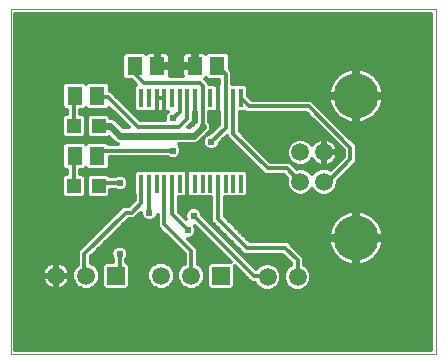
<source format=gtl>
G75*
G70*
%OFA0B0*%
%FSLAX24Y24*%
%IPPOS*%
%LPD*%
%AMOC8*
5,1,8,0,0,1.08239X$1,22.5*
%
%ADD10C,0.0000*%
%ADD11R,0.0157X0.0591*%
%ADD12C,0.1502*%
%ADD13C,0.0594*%
%ADD14R,0.0512X0.0591*%
%ADD15R,0.0594X0.0594*%
%ADD16R,0.0472X0.0472*%
%ADD17C,0.0120*%
%ADD18C,0.0240*%
%ADD19C,0.0240*%
D10*
X001046Y003014D02*
X001046Y014530D01*
X015219Y014530D01*
X015219Y003014D01*
X001046Y003014D01*
D11*
X005398Y008701D03*
X005654Y008701D03*
X005910Y008701D03*
X006166Y008701D03*
X006422Y008701D03*
X006678Y008701D03*
X006934Y008701D03*
X007190Y008701D03*
X007445Y008701D03*
X007701Y008701D03*
X007957Y008701D03*
X008213Y008701D03*
X008469Y008701D03*
X008725Y008701D03*
X008725Y011556D03*
X008469Y011556D03*
X008213Y011556D03*
X007957Y011556D03*
X007701Y011556D03*
X007445Y011556D03*
X007190Y011556D03*
X006934Y011556D03*
X006678Y011556D03*
X006422Y011556D03*
X006166Y011556D03*
X005910Y011556D03*
X005654Y011556D03*
X005398Y011556D03*
D12*
X012562Y011629D03*
X012562Y006888D03*
D13*
X011495Y008766D03*
X010707Y008766D03*
X010707Y009751D03*
X011495Y009751D03*
X010609Y005593D03*
X009609Y005593D03*
X007062Y005629D03*
X006062Y005629D03*
X003562Y005629D03*
X002562Y005629D03*
D14*
X003188Y009629D03*
X003936Y009629D03*
X003936Y011629D03*
X003188Y011629D03*
X005188Y012629D03*
X005936Y012629D03*
X007188Y012629D03*
X007936Y012629D03*
D15*
X008062Y005629D03*
X004562Y005629D03*
D16*
X003975Y008629D03*
X003148Y008629D03*
X003148Y010629D03*
X003975Y010629D03*
D17*
X003579Y010661D02*
X003544Y010661D01*
X003544Y010779D02*
X003579Y010779D01*
X003579Y010898D02*
X003544Y010898D01*
X003544Y010931D02*
X003451Y011025D01*
X003368Y011025D01*
X003368Y011173D01*
X003510Y011173D01*
X003562Y011225D01*
X003613Y011173D01*
X004258Y011173D01*
X004322Y011238D01*
X004982Y010578D01*
X004804Y010578D01*
X004515Y010866D01*
X004413Y010909D01*
X004371Y010909D01*
X004371Y010931D01*
X004277Y011025D01*
X003672Y011025D01*
X003579Y010931D01*
X003579Y010326D01*
X003672Y010232D01*
X004277Y010232D01*
X004317Y010272D01*
X004450Y010139D01*
X004529Y010060D01*
X004613Y010026D01*
X004316Y010026D01*
X004258Y010084D01*
X003613Y010084D01*
X003562Y010032D01*
X003510Y010084D01*
X002865Y010084D01*
X002772Y009990D01*
X002772Y009267D01*
X002865Y009173D01*
X002928Y009173D01*
X002928Y009025D01*
X002846Y009025D01*
X002752Y008931D01*
X002752Y008326D01*
X002846Y008232D01*
X003451Y008232D01*
X003544Y008326D01*
X003544Y008931D01*
X003451Y009025D01*
X003368Y009025D01*
X003368Y009173D01*
X003510Y009173D01*
X003562Y009225D01*
X003613Y009173D01*
X004258Y009173D01*
X004351Y009267D01*
X004351Y009586D01*
X006283Y009586D01*
X006301Y009568D01*
X006404Y009526D01*
X006515Y009526D01*
X006618Y009568D01*
X006697Y009647D01*
X006739Y009750D01*
X006739Y009861D01*
X006697Y009964D01*
X006643Y010018D01*
X007204Y010018D01*
X007307Y010060D01*
X007498Y010252D01*
X007459Y010157D01*
X007459Y010045D01*
X007501Y009942D01*
X007580Y009864D01*
X007683Y009821D01*
X007794Y009821D01*
X007897Y009864D01*
X007976Y009942D01*
X008019Y010045D01*
X008019Y010070D01*
X008249Y010300D01*
X008249Y010264D01*
X008378Y010135D01*
X009389Y009124D01*
X009518Y008995D01*
X010167Y008995D01*
X010266Y008896D01*
X010250Y008857D01*
X010250Y008675D01*
X010320Y008508D01*
X010448Y008379D01*
X010616Y008309D01*
X010798Y008309D01*
X010966Y008379D01*
X011095Y008508D01*
X011101Y008523D01*
X011107Y008508D01*
X011236Y008379D01*
X011404Y008309D01*
X011586Y008309D01*
X011753Y008379D01*
X011882Y008508D01*
X011951Y008675D01*
X011951Y008786D01*
X012456Y009290D01*
X012585Y009419D01*
X012585Y009995D01*
X011207Y011373D01*
X011078Y011502D01*
X009090Y011502D01*
X008964Y011628D01*
X008964Y011917D01*
X008870Y012011D01*
X008433Y012011D01*
X008433Y012442D01*
X008351Y012524D01*
X008351Y012990D01*
X008258Y013084D01*
X007613Y013084D01*
X007562Y013032D01*
X007542Y013052D01*
X007505Y013073D01*
X007465Y013084D01*
X007248Y013084D01*
X007248Y012689D01*
X007128Y012689D01*
X007128Y013084D01*
X006911Y013084D01*
X006870Y013073D01*
X006833Y013052D01*
X006804Y013022D01*
X006783Y012986D01*
X006772Y012945D01*
X006772Y012689D01*
X007128Y012689D01*
X007128Y012569D01*
X006772Y012569D01*
X006772Y012312D01*
X006778Y012289D01*
X006345Y012289D01*
X006351Y012312D01*
X006351Y012569D01*
X005996Y012569D01*
X005996Y012689D01*
X005876Y012689D01*
X005876Y013084D01*
X005659Y013084D01*
X005618Y013073D01*
X005581Y013052D01*
X005562Y013032D01*
X005510Y013084D01*
X004865Y013084D01*
X004772Y012990D01*
X004772Y012267D01*
X004865Y012173D01*
X005060Y012173D01*
X005089Y012145D01*
X005238Y011996D01*
X005159Y011917D01*
X005159Y011194D01*
X005253Y011100D01*
X005799Y011100D01*
X005801Y011103D01*
X005810Y011100D01*
X005910Y011100D01*
X005910Y011556D01*
X006149Y011556D01*
X006166Y011556D01*
X006166Y011556D01*
X005910Y011556D01*
X005910Y011556D01*
X005910Y011100D01*
X006010Y011100D01*
X006038Y011108D01*
X006066Y011100D01*
X006166Y011100D01*
X006266Y011100D01*
X006274Y011103D01*
X006276Y011101D01*
X006222Y011047D01*
X006179Y010944D01*
X006179Y010833D01*
X006187Y010813D01*
X005369Y010813D01*
X004514Y011668D01*
X004385Y011797D01*
X004351Y011797D01*
X004351Y011990D01*
X004258Y012084D01*
X003613Y012084D01*
X003562Y012032D01*
X003510Y012084D01*
X002865Y012084D01*
X002772Y011990D01*
X002772Y011267D01*
X002865Y011173D01*
X002928Y011173D01*
X002928Y011025D01*
X002846Y011025D01*
X002752Y010931D01*
X002752Y010326D01*
X002846Y010232D01*
X003451Y010232D01*
X003544Y010326D01*
X003544Y010931D01*
X003459Y011016D02*
X003664Y011016D01*
X003368Y011135D02*
X004426Y011135D01*
X004544Y011016D02*
X004286Y011016D01*
X004439Y010898D02*
X004663Y010898D01*
X004602Y010779D02*
X004781Y010779D01*
X004721Y010661D02*
X004900Y010661D01*
X005278Y010593D02*
X004294Y011577D01*
X003987Y011577D01*
X003936Y011629D01*
X004351Y011846D02*
X005159Y011846D01*
X005159Y011727D02*
X004455Y011727D01*
X004574Y011609D02*
X005159Y011609D01*
X005159Y011490D02*
X004692Y011490D01*
X004811Y011372D02*
X005159Y011372D01*
X005159Y011253D02*
X004929Y011253D01*
X005048Y011135D02*
X005219Y011135D01*
X005166Y011016D02*
X006209Y011016D01*
X006166Y011100D02*
X006166Y011556D01*
X006166Y011556D01*
X006166Y011100D01*
X006166Y011135D02*
X006166Y011135D01*
X006166Y011253D02*
X006166Y011253D01*
X006166Y011372D02*
X006166Y011372D01*
X006166Y011490D02*
X006166Y011490D01*
X005910Y011490D02*
X005910Y011490D01*
X005910Y011556D02*
X005910Y011556D01*
X005910Y011372D02*
X005910Y011372D01*
X005910Y011253D02*
X005910Y011253D01*
X005910Y011135D02*
X005910Y011135D01*
X006179Y010898D02*
X005285Y010898D01*
X005278Y010593D02*
X006656Y010593D01*
X006934Y010871D01*
X006934Y011556D01*
X006678Y011556D02*
X006678Y011107D01*
X006459Y010888D01*
X006952Y010578D02*
X007154Y010780D01*
X007154Y010962D01*
X007154Y011100D01*
X007190Y011100D01*
X007223Y011100D01*
X007223Y010769D01*
X007206Y010752D01*
X007206Y010752D01*
X007032Y010578D01*
X006952Y010578D01*
X007035Y010661D02*
X007115Y010661D01*
X007153Y010779D02*
X007223Y010779D01*
X007223Y010898D02*
X007154Y010898D01*
X007154Y011016D02*
X007223Y011016D01*
X007190Y011100D02*
X007190Y011556D01*
X007190Y011556D01*
X007190Y011100D01*
X007190Y011135D02*
X007190Y011135D01*
X007190Y011253D02*
X007190Y011253D01*
X007190Y011372D02*
X007190Y011372D01*
X007190Y011490D02*
X007190Y011490D01*
X007443Y011554D02*
X007445Y011556D01*
X007445Y011969D01*
X007345Y012069D01*
X005475Y012069D01*
X005180Y012365D01*
X005180Y012621D01*
X005188Y012629D01*
X004812Y013031D02*
X001206Y013031D01*
X001206Y013149D02*
X015059Y013149D01*
X015059Y013031D02*
X008311Y013031D01*
X008351Y012912D02*
X015059Y012912D01*
X015059Y012794D02*
X008351Y012794D01*
X008351Y012675D02*
X015059Y012675D01*
X015059Y012557D02*
X008351Y012557D01*
X008433Y012438D02*
X012141Y012438D01*
X012158Y012447D02*
X012054Y012388D01*
X011960Y012315D01*
X011875Y012231D01*
X011802Y012136D01*
X011743Y012032D01*
X011697Y011922D01*
X011666Y011807D01*
X011650Y011689D01*
X012502Y011689D01*
X012502Y012540D01*
X012383Y012524D01*
X012268Y012493D01*
X012158Y012447D01*
X011965Y012320D02*
X008433Y012320D01*
X008433Y012201D02*
X011852Y012201D01*
X011772Y012083D02*
X008433Y012083D01*
X008213Y012351D02*
X007936Y012629D01*
X008213Y012351D02*
X008213Y011556D01*
X008213Y010575D01*
X007739Y010101D01*
X007471Y010187D02*
X007433Y010187D01*
X007459Y010068D02*
X007314Y010068D01*
X007498Y009950D02*
X006703Y009950D01*
X006739Y009831D02*
X007659Y009831D01*
X007819Y009831D02*
X008682Y009831D01*
X008800Y009713D02*
X006724Y009713D01*
X006644Y009594D02*
X008919Y009594D01*
X009037Y009476D02*
X004351Y009476D01*
X004351Y009357D02*
X009156Y009357D01*
X009274Y009239D02*
X004323Y009239D01*
X004277Y009025D02*
X003672Y009025D01*
X003579Y008931D01*
X003579Y008326D01*
X003672Y008232D01*
X004277Y008232D01*
X004371Y008326D01*
X004371Y008503D01*
X004512Y008503D01*
X004529Y008486D01*
X004632Y008443D01*
X004743Y008443D01*
X004846Y008486D01*
X004925Y008564D01*
X004968Y008667D01*
X004968Y008779D01*
X004925Y008882D01*
X004846Y008960D01*
X004743Y009003D01*
X004632Y009003D01*
X004529Y008960D01*
X004512Y008943D01*
X004359Y008943D01*
X004277Y009025D01*
X004301Y009002D02*
X004628Y009002D01*
X004747Y009002D02*
X005159Y009002D01*
X005159Y009063D02*
X005159Y008340D01*
X005178Y008321D01*
X005178Y008147D01*
X004990Y007959D01*
X004793Y007959D01*
X003415Y006581D01*
X003286Y006452D01*
X003286Y005999D01*
X003174Y005887D01*
X003105Y005719D01*
X003105Y005538D01*
X003174Y005370D01*
X003303Y005241D01*
X003471Y005172D01*
X003652Y005172D01*
X003820Y005241D01*
X003949Y005370D01*
X004018Y005538D01*
X004018Y005719D01*
X003949Y005887D01*
X003820Y006016D01*
X003726Y006055D01*
X003726Y006270D01*
X004976Y007519D01*
X005172Y007519D01*
X005301Y007648D01*
X005392Y007738D01*
X005392Y007683D01*
X005434Y007580D01*
X005513Y007501D01*
X005616Y007459D01*
X005728Y007459D01*
X005830Y007501D01*
X005909Y007580D01*
X005946Y007669D01*
X005946Y007438D01*
X005944Y007436D01*
X005944Y007254D01*
X006073Y007125D01*
X006842Y006356D01*
X006842Y006032D01*
X006803Y006016D01*
X006674Y005887D01*
X006605Y005719D01*
X006605Y005538D01*
X006674Y005370D01*
X006803Y005241D01*
X006971Y005172D01*
X007152Y005172D01*
X007320Y005241D01*
X007449Y005370D01*
X007518Y005538D01*
X007518Y005719D01*
X007449Y005887D01*
X007320Y006016D01*
X007282Y006032D01*
X007282Y006539D01*
X006952Y006868D01*
X007007Y006868D01*
X007110Y006911D01*
X007189Y006990D01*
X007231Y007092D01*
X007231Y007204D01*
X007202Y007276D01*
X008392Y006085D01*
X007698Y006085D01*
X007605Y005992D01*
X007605Y005265D01*
X007698Y005172D01*
X008425Y005172D01*
X008518Y005265D01*
X008518Y005959D01*
X008940Y005537D01*
X009069Y005409D01*
X009191Y005409D01*
X009222Y005334D01*
X009350Y005206D01*
X009518Y005136D01*
X009700Y005136D01*
X009868Y005206D01*
X009996Y005334D01*
X010066Y005502D01*
X010066Y005684D01*
X009996Y005852D01*
X009868Y005980D01*
X009700Y006050D01*
X009518Y006050D01*
X009350Y005980D01*
X009235Y005865D01*
X007428Y007671D01*
X007428Y007696D01*
X007386Y007799D01*
X007307Y007878D01*
X007204Y007920D01*
X007092Y007920D01*
X006990Y007878D01*
X006911Y007799D01*
X006868Y007696D01*
X006868Y007585D01*
X006898Y007513D01*
X006642Y007769D01*
X006642Y008246D01*
X006823Y008246D01*
X006825Y008248D01*
X006834Y008246D01*
X006934Y008246D01*
X007033Y008246D01*
X007042Y008248D01*
X007045Y008246D01*
X007737Y008246D01*
X007737Y007429D01*
X007866Y007300D01*
X008829Y006338D01*
X010108Y006338D01*
X010389Y006057D01*
X010389Y005996D01*
X010350Y005980D01*
X010222Y005852D01*
X010152Y005684D01*
X010152Y005502D01*
X010222Y005334D01*
X010350Y005206D01*
X010518Y005136D01*
X010700Y005136D01*
X010868Y005206D01*
X010996Y005334D01*
X011066Y005502D01*
X011066Y005684D01*
X010996Y005852D01*
X010868Y005980D01*
X010829Y005996D01*
X010829Y006239D01*
X010700Y006368D01*
X010419Y006649D01*
X010290Y006778D01*
X009011Y006778D01*
X008177Y007611D01*
X008177Y008246D01*
X008870Y008246D01*
X008964Y008340D01*
X008964Y009063D01*
X008870Y009157D01*
X007045Y009157D01*
X007042Y009154D01*
X007033Y009157D01*
X006934Y009157D01*
X006934Y008701D01*
X006934Y008246D01*
X006934Y008701D01*
X006934Y008701D01*
X006934Y008701D01*
X006934Y009157D01*
X006834Y009157D01*
X006825Y009154D01*
X006823Y009157D01*
X005253Y009157D01*
X005159Y009063D01*
X005217Y009120D02*
X003368Y009120D01*
X003474Y009002D02*
X003649Y009002D01*
X003579Y008883D02*
X003544Y008883D01*
X003544Y008765D02*
X003579Y008765D01*
X003579Y008646D02*
X003544Y008646D01*
X003544Y008528D02*
X003579Y008528D01*
X003579Y008409D02*
X003544Y008409D01*
X003509Y008291D02*
X003614Y008291D01*
X003975Y008629D02*
X004069Y008723D01*
X004688Y008723D01*
X004959Y008646D02*
X005159Y008646D01*
X005159Y008528D02*
X004888Y008528D01*
X005159Y008409D02*
X004371Y008409D01*
X004336Y008291D02*
X005178Y008291D01*
X005178Y008172D02*
X001206Y008172D01*
X001206Y008054D02*
X005085Y008054D01*
X005398Y008056D02*
X005081Y007739D01*
X004884Y007739D01*
X003506Y006361D01*
X003506Y005684D01*
X003562Y005629D01*
X003984Y005802D02*
X004105Y005802D01*
X004105Y005684D02*
X004018Y005684D01*
X004018Y005565D02*
X004105Y005565D01*
X004105Y005447D02*
X003981Y005447D01*
X003907Y005328D02*
X004105Y005328D01*
X004105Y005265D02*
X004198Y005172D01*
X004925Y005172D01*
X005018Y005265D01*
X005018Y005992D01*
X004925Y006085D01*
X004908Y006085D01*
X004908Y006185D01*
X004925Y006202D01*
X004968Y006305D01*
X004968Y006416D01*
X004925Y006519D01*
X004846Y006598D01*
X004743Y006641D01*
X004632Y006641D01*
X004529Y006598D01*
X004450Y006519D01*
X004408Y006416D01*
X004408Y006305D01*
X004450Y006202D01*
X004468Y006185D01*
X004468Y006085D01*
X004198Y006085D01*
X004105Y005992D01*
X004105Y005265D01*
X004161Y005210D02*
X003744Y005210D01*
X003379Y005210D02*
X002746Y005210D01*
X002737Y005205D02*
X002801Y005238D01*
X002859Y005280D01*
X002910Y005331D01*
X002952Y005389D01*
X002985Y005453D01*
X003007Y005522D01*
X003018Y005590D01*
X002600Y005590D01*
X002600Y005172D01*
X002669Y005183D01*
X002737Y005205D01*
X002600Y005210D02*
X002523Y005210D01*
X002523Y005172D02*
X002523Y005590D01*
X002105Y005590D01*
X002116Y005522D01*
X002138Y005453D01*
X002171Y005389D01*
X002213Y005331D01*
X002264Y005280D01*
X002322Y005238D01*
X002386Y005205D01*
X002455Y005183D01*
X002523Y005172D01*
X002378Y005210D02*
X001206Y005210D01*
X001206Y005328D02*
X002216Y005328D01*
X002142Y005447D02*
X001206Y005447D01*
X001206Y005565D02*
X002109Y005565D01*
X002105Y005667D02*
X002523Y005667D01*
X002523Y005590D01*
X002600Y005590D01*
X002600Y005667D01*
X002523Y005667D01*
X002523Y006085D01*
X002455Y006074D01*
X002386Y006052D01*
X002322Y006019D01*
X002264Y005977D01*
X002213Y005926D01*
X002171Y005868D01*
X002138Y005804D01*
X002116Y005735D01*
X002105Y005667D01*
X002108Y005684D02*
X001206Y005684D01*
X001206Y005802D02*
X002138Y005802D01*
X002209Y005921D02*
X001206Y005921D01*
X001206Y006039D02*
X002361Y006039D01*
X002523Y006039D02*
X002600Y006039D01*
X002600Y006085D02*
X002669Y006074D01*
X002737Y006052D01*
X002801Y006019D01*
X002859Y005977D01*
X002910Y005926D01*
X002952Y005868D01*
X002985Y005804D01*
X003007Y005735D01*
X003018Y005667D01*
X002600Y005667D01*
X002600Y006085D01*
X002600Y005921D02*
X002523Y005921D01*
X002523Y005802D02*
X002600Y005802D01*
X002600Y005684D02*
X002523Y005684D01*
X002523Y005565D02*
X002600Y005565D01*
X002600Y005447D02*
X002523Y005447D01*
X002523Y005328D02*
X002600Y005328D01*
X002907Y005328D02*
X003216Y005328D01*
X003142Y005447D02*
X002982Y005447D01*
X003014Y005565D02*
X003105Y005565D01*
X003105Y005684D02*
X003015Y005684D01*
X002986Y005802D02*
X003139Y005802D01*
X003208Y005921D02*
X002914Y005921D01*
X002762Y006039D02*
X003286Y006039D01*
X003286Y006158D02*
X001206Y006158D01*
X001206Y006276D02*
X003286Y006276D01*
X003286Y006395D02*
X001206Y006395D01*
X001206Y006513D02*
X003348Y006513D01*
X003466Y006632D02*
X001206Y006632D01*
X001206Y006750D02*
X003585Y006750D01*
X003703Y006869D02*
X001206Y006869D01*
X001206Y006987D02*
X003822Y006987D01*
X003940Y007106D02*
X001206Y007106D01*
X001206Y007224D02*
X004059Y007224D01*
X004177Y007343D02*
X001206Y007343D01*
X001206Y007461D02*
X004296Y007461D01*
X004414Y007580D02*
X001206Y007580D01*
X001206Y007698D02*
X004533Y007698D01*
X004651Y007817D02*
X001206Y007817D01*
X001206Y007935D02*
X004770Y007935D01*
X004918Y007461D02*
X005611Y007461D01*
X005733Y007461D02*
X005946Y007461D01*
X005944Y007343D02*
X004799Y007343D01*
X004681Y007224D02*
X005974Y007224D01*
X006092Y007106D02*
X004562Y007106D01*
X004444Y006987D02*
X006211Y006987D01*
X006329Y006869D02*
X004325Y006869D01*
X004207Y006750D02*
X006448Y006750D01*
X006566Y006632D02*
X004766Y006632D01*
X004609Y006632D02*
X004088Y006632D01*
X003970Y006513D02*
X004448Y006513D01*
X004408Y006395D02*
X003851Y006395D01*
X003733Y006276D02*
X004420Y006276D01*
X004468Y006158D02*
X003726Y006158D01*
X003764Y006039D02*
X004152Y006039D01*
X004105Y005921D02*
X003916Y005921D01*
X004562Y005629D02*
X004688Y005754D01*
X004688Y006361D01*
X004956Y006276D02*
X006842Y006276D01*
X006842Y006158D02*
X004908Y006158D01*
X004971Y006039D02*
X005859Y006039D01*
X005803Y006016D02*
X005674Y005887D01*
X005605Y005719D01*
X005605Y005538D01*
X005674Y005370D01*
X005803Y005241D01*
X005971Y005172D01*
X006152Y005172D01*
X006320Y005241D01*
X006449Y005370D01*
X006518Y005538D01*
X006518Y005719D01*
X006449Y005887D01*
X006320Y006016D01*
X006152Y006085D01*
X005971Y006085D01*
X005803Y006016D01*
X005707Y005921D02*
X005018Y005921D01*
X005018Y005802D02*
X005639Y005802D01*
X005605Y005684D02*
X005018Y005684D01*
X005018Y005565D02*
X005605Y005565D01*
X005642Y005447D02*
X005018Y005447D01*
X005018Y005328D02*
X005716Y005328D01*
X005879Y005210D02*
X004963Y005210D01*
X004968Y006395D02*
X006803Y006395D01*
X006685Y006513D02*
X004928Y006513D01*
X005233Y007580D02*
X005435Y007580D01*
X005392Y007698D02*
X005352Y007698D01*
X005654Y007756D02*
X005672Y007739D01*
X005654Y007756D02*
X005654Y008701D01*
X005398Y008701D02*
X005398Y008056D01*
X005909Y007580D02*
X005946Y007580D01*
X006166Y007347D02*
X006164Y007345D01*
X007062Y006447D01*
X007062Y005629D01*
X007484Y005802D02*
X007605Y005802D01*
X007605Y005684D02*
X007518Y005684D01*
X007518Y005565D02*
X007605Y005565D01*
X007605Y005447D02*
X007481Y005447D01*
X007407Y005328D02*
X007605Y005328D01*
X007661Y005210D02*
X007244Y005210D01*
X006879Y005210D02*
X006244Y005210D01*
X006407Y005328D02*
X006716Y005328D01*
X006642Y005447D02*
X006481Y005447D01*
X006518Y005565D02*
X006605Y005565D01*
X006605Y005684D02*
X006518Y005684D01*
X006484Y005802D02*
X006639Y005802D01*
X006707Y005921D02*
X006416Y005921D01*
X006264Y006039D02*
X006842Y006039D01*
X007282Y006039D02*
X007652Y006039D01*
X007605Y005921D02*
X007416Y005921D01*
X007282Y006158D02*
X008320Y006158D01*
X008201Y006276D02*
X007282Y006276D01*
X007282Y006395D02*
X008083Y006395D01*
X007964Y006513D02*
X007282Y006513D01*
X007189Y006632D02*
X007846Y006632D01*
X007727Y006750D02*
X007070Y006750D01*
X007008Y006869D02*
X007609Y006869D01*
X007490Y006987D02*
X007186Y006987D01*
X007231Y007106D02*
X007372Y007106D01*
X007253Y007224D02*
X007223Y007224D01*
X006951Y007148D02*
X006422Y007678D01*
X006422Y008701D01*
X006166Y008701D02*
X006166Y007347D01*
X006713Y007698D02*
X006869Y007698D01*
X006870Y007580D02*
X006831Y007580D01*
X006928Y007817D02*
X006642Y007817D01*
X006642Y007935D02*
X007737Y007935D01*
X007737Y007817D02*
X007368Y007817D01*
X007427Y007698D02*
X007737Y007698D01*
X007737Y007580D02*
X007520Y007580D01*
X007639Y007461D02*
X007737Y007461D01*
X007757Y007343D02*
X007824Y007343D01*
X007876Y007224D02*
X007942Y007224D01*
X007994Y007106D02*
X008061Y007106D01*
X008113Y006987D02*
X008179Y006987D01*
X008231Y006869D02*
X008298Y006869D01*
X008350Y006750D02*
X008416Y006750D01*
X008468Y006632D02*
X008535Y006632D01*
X008587Y006513D02*
X008653Y006513D01*
X008705Y006395D02*
X008772Y006395D01*
X008824Y006276D02*
X010170Y006276D01*
X010288Y006158D02*
X008942Y006158D01*
X009061Y006039D02*
X009492Y006039D01*
X009726Y006039D02*
X010389Y006039D01*
X010290Y005921D02*
X009927Y005921D01*
X010017Y005802D02*
X010201Y005802D01*
X010152Y005684D02*
X010066Y005684D01*
X010066Y005565D02*
X010152Y005565D01*
X010175Y005447D02*
X010043Y005447D01*
X009990Y005328D02*
X010228Y005328D01*
X010346Y005210D02*
X009871Y005210D01*
X009609Y005593D02*
X009573Y005629D01*
X009160Y005629D01*
X007148Y007640D01*
X006642Y008054D02*
X007737Y008054D01*
X007737Y008172D02*
X006642Y008172D01*
X006934Y008291D02*
X006934Y008291D01*
X006934Y008409D02*
X006934Y008409D01*
X006934Y008528D02*
X006934Y008528D01*
X006934Y008646D02*
X006934Y008646D01*
X006934Y008765D02*
X006934Y008765D01*
X006934Y008883D02*
X006934Y008883D01*
X006934Y009002D02*
X006934Y009002D01*
X006934Y009120D02*
X006934Y009120D01*
X006459Y009806D02*
X004113Y009806D01*
X003936Y009629D01*
X004274Y010068D02*
X004521Y010068D01*
X004450Y010139D02*
X004450Y010139D01*
X004403Y010187D02*
X001206Y010187D01*
X001206Y010305D02*
X002773Y010305D01*
X002752Y010424D02*
X001206Y010424D01*
X001206Y010542D02*
X002752Y010542D01*
X002752Y010661D02*
X001206Y010661D01*
X001206Y010779D02*
X002752Y010779D01*
X002752Y010898D02*
X001206Y010898D01*
X001206Y011016D02*
X002837Y011016D01*
X002928Y011135D02*
X001206Y011135D01*
X001206Y011253D02*
X002786Y011253D01*
X002772Y011372D02*
X001206Y011372D01*
X001206Y011490D02*
X002772Y011490D01*
X002772Y011609D02*
X001206Y011609D01*
X001206Y011727D02*
X002772Y011727D01*
X002772Y011846D02*
X001206Y011846D01*
X001206Y011964D02*
X002772Y011964D01*
X002864Y012083D02*
X001206Y012083D01*
X001206Y012201D02*
X004838Y012201D01*
X004772Y012320D02*
X001206Y012320D01*
X001206Y012438D02*
X004772Y012438D01*
X004772Y012557D02*
X001206Y012557D01*
X001206Y012675D02*
X004772Y012675D01*
X004772Y012794D02*
X001206Y012794D01*
X001206Y012912D02*
X004772Y012912D01*
X005151Y012083D02*
X004259Y012083D01*
X004351Y011964D02*
X005206Y011964D01*
X005996Y012675D02*
X007128Y012675D01*
X007128Y012794D02*
X007248Y012794D01*
X007248Y012912D02*
X007128Y012912D01*
X007128Y013031D02*
X007248Y013031D01*
X006812Y013031D02*
X006311Y013031D01*
X006320Y013022D02*
X006290Y013052D01*
X006253Y013073D01*
X006213Y013084D01*
X005996Y013084D01*
X005996Y012689D01*
X006351Y012689D01*
X006351Y012945D01*
X006341Y012986D01*
X006320Y013022D01*
X006351Y012912D02*
X006772Y012912D01*
X006772Y012794D02*
X006351Y012794D01*
X006351Y012557D02*
X006772Y012557D01*
X006772Y012438D02*
X006351Y012438D01*
X006351Y012320D02*
X006772Y012320D01*
X007528Y012197D02*
X007542Y012205D01*
X007562Y012225D01*
X007613Y012173D01*
X007993Y012173D01*
X007993Y012011D01*
X007957Y012011D01*
X007857Y012011D01*
X007849Y012009D01*
X007846Y012011D01*
X007665Y012011D01*
X007665Y012060D01*
X007565Y012161D01*
X007528Y012197D01*
X007534Y012201D02*
X007586Y012201D01*
X007643Y012083D02*
X007993Y012083D01*
X007957Y012011D02*
X007957Y011556D01*
X007957Y012011D01*
X007957Y011964D02*
X007957Y011964D01*
X007957Y011846D02*
X007957Y011846D01*
X007957Y011727D02*
X007957Y011727D01*
X007957Y011609D02*
X007957Y011609D01*
X007957Y011556D02*
X007957Y011556D01*
X007957Y011556D01*
X007957Y011100D01*
X007857Y011100D01*
X007849Y011103D01*
X007846Y011100D01*
X007663Y011100D01*
X007663Y010769D01*
X007681Y010752D01*
X007723Y010649D01*
X007723Y010537D01*
X007681Y010434D01*
X007602Y010356D01*
X007602Y010356D01*
X007588Y010342D01*
X007683Y010381D01*
X007708Y010381D01*
X007993Y010666D01*
X007993Y011100D01*
X007957Y011100D01*
X007957Y011556D01*
X007957Y011490D02*
X007957Y011490D01*
X007957Y011372D02*
X007957Y011372D01*
X007957Y011253D02*
X007957Y011253D01*
X007957Y011135D02*
X007957Y011135D01*
X007993Y011016D02*
X007663Y011016D01*
X007663Y010898D02*
X007993Y010898D01*
X007993Y010779D02*
X007663Y010779D01*
X007719Y010661D02*
X007987Y010661D01*
X007869Y010542D02*
X007723Y010542D01*
X007750Y010424D02*
X007670Y010424D01*
X007443Y010593D02*
X007443Y011554D01*
X008469Y011556D02*
X008469Y010355D01*
X009609Y009215D01*
X010258Y009215D01*
X010707Y008766D01*
X010418Y008409D02*
X008964Y008409D01*
X008964Y008528D02*
X010312Y008528D01*
X010263Y008646D02*
X008964Y008646D01*
X008964Y008765D02*
X010250Y008765D01*
X010261Y008883D02*
X008964Y008883D01*
X008964Y009002D02*
X009511Y009002D01*
X009393Y009120D02*
X008907Y009120D01*
X009389Y009124D02*
X009389Y009124D01*
X009700Y009435D02*
X008689Y010446D01*
X008689Y011100D01*
X008869Y011100D01*
X008907Y011062D01*
X010896Y011062D01*
X012145Y009813D01*
X012145Y009602D01*
X011713Y009170D01*
X011586Y009223D01*
X011404Y009223D01*
X011236Y009154D01*
X011107Y009025D01*
X011101Y009010D01*
X011095Y009025D01*
X010966Y009154D01*
X010798Y009223D01*
X010616Y009223D01*
X010578Y009207D01*
X010350Y009435D01*
X009700Y009435D01*
X009660Y009476D02*
X010336Y009476D01*
X010320Y009492D02*
X010250Y009660D01*
X010250Y009841D01*
X010320Y010009D01*
X010448Y010138D01*
X010616Y010207D01*
X010798Y010207D01*
X010966Y010138D01*
X011095Y010009D01*
X011103Y009989D01*
X011104Y009990D01*
X011146Y010048D01*
X011197Y010099D01*
X011255Y010141D01*
X011319Y010174D01*
X011388Y010196D01*
X011456Y010207D01*
X011456Y009789D01*
X011533Y009789D01*
X011533Y010207D01*
X011602Y010196D01*
X011670Y010174D01*
X011734Y010141D01*
X011792Y010099D01*
X011843Y010048D01*
X011885Y009990D01*
X011918Y009926D01*
X011940Y009858D01*
X011951Y009789D01*
X011533Y009789D01*
X011533Y009712D01*
X011533Y009294D01*
X011602Y009305D01*
X011670Y009327D01*
X011734Y009360D01*
X011792Y009402D01*
X011843Y009453D01*
X011885Y009511D01*
X011918Y009575D01*
X011940Y009644D01*
X011951Y009712D01*
X011533Y009712D01*
X011456Y009712D01*
X011456Y009294D01*
X011388Y009305D01*
X011319Y009327D01*
X011255Y009360D01*
X011197Y009402D01*
X011146Y009453D01*
X011104Y009511D01*
X011103Y009513D01*
X011095Y009492D01*
X010966Y009363D01*
X010798Y009294D01*
X010616Y009294D01*
X010448Y009363D01*
X010320Y009492D01*
X010278Y009594D02*
X009541Y009594D01*
X009423Y009713D02*
X010250Y009713D01*
X010250Y009831D02*
X009304Y009831D01*
X009186Y009950D02*
X010295Y009950D01*
X010379Y010068D02*
X009067Y010068D01*
X008949Y010187D02*
X010566Y010187D01*
X010849Y010187D02*
X011358Y010187D01*
X011456Y010187D02*
X011533Y010187D01*
X011631Y010187D02*
X011771Y010187D01*
X011823Y010068D02*
X011890Y010068D01*
X011906Y009950D02*
X012008Y009950D01*
X011944Y009831D02*
X012127Y009831D01*
X012145Y009713D02*
X011533Y009713D01*
X011533Y009831D02*
X011456Y009831D01*
X011456Y009950D02*
X011533Y009950D01*
X011533Y010068D02*
X011456Y010068D01*
X011653Y010305D02*
X008830Y010305D01*
X008712Y010424D02*
X011534Y010424D01*
X011416Y010542D02*
X008689Y010542D01*
X008689Y010661D02*
X011297Y010661D01*
X011179Y010779D02*
X008689Y010779D01*
X008689Y010898D02*
X011060Y010898D01*
X010942Y011016D02*
X008689Y011016D01*
X008999Y011282D02*
X008725Y011556D01*
X008983Y011609D02*
X012502Y011609D01*
X012502Y011569D02*
X011650Y011569D01*
X011666Y011450D01*
X011697Y011335D01*
X011743Y011225D01*
X011802Y011121D01*
X011875Y011026D01*
X011960Y010942D01*
X012054Y010869D01*
X012158Y010810D01*
X012268Y010764D01*
X012383Y010733D01*
X012502Y010717D01*
X012502Y011568D01*
X012622Y011568D01*
X012622Y011569D02*
X012622Y011689D01*
X012502Y011689D01*
X012502Y011569D01*
X012502Y011490D02*
X012622Y011490D01*
X012622Y011568D02*
X012622Y010717D01*
X012740Y010733D01*
X012855Y010764D01*
X012965Y010810D01*
X013069Y010869D01*
X013164Y010942D01*
X013248Y011026D01*
X013321Y011121D01*
X013381Y011225D01*
X013426Y011335D01*
X013457Y011450D01*
X013473Y011569D01*
X012622Y011569D01*
X012622Y011609D02*
X015059Y011609D01*
X015059Y011727D02*
X013468Y011727D01*
X013473Y011689D02*
X013457Y011807D01*
X013426Y011922D01*
X013381Y012032D01*
X013321Y012136D01*
X013248Y012231D01*
X013164Y012315D01*
X013069Y012388D01*
X012965Y012447D01*
X012855Y012493D01*
X012740Y012524D01*
X012622Y012540D01*
X012622Y011689D01*
X013473Y011689D01*
X013447Y011846D02*
X015059Y011846D01*
X015059Y011964D02*
X013409Y011964D01*
X013352Y012083D02*
X015059Y012083D01*
X015059Y012201D02*
X013271Y012201D01*
X013158Y012320D02*
X015059Y012320D01*
X015059Y012438D02*
X012982Y012438D01*
X012622Y012438D02*
X012502Y012438D01*
X012502Y012320D02*
X012622Y012320D01*
X012622Y012201D02*
X012502Y012201D01*
X012502Y012083D02*
X012622Y012083D01*
X012622Y011964D02*
X012502Y011964D01*
X012502Y011846D02*
X012622Y011846D01*
X012622Y011727D02*
X012502Y011727D01*
X012502Y011372D02*
X012622Y011372D01*
X012622Y011253D02*
X012502Y011253D01*
X012502Y011135D02*
X012622Y011135D01*
X012622Y011016D02*
X012502Y011016D01*
X012502Y010898D02*
X012622Y010898D01*
X012622Y010779D02*
X012502Y010779D01*
X012231Y010779D02*
X011801Y010779D01*
X011919Y010661D02*
X015059Y010661D01*
X015059Y010779D02*
X012892Y010779D01*
X013106Y010898D02*
X015059Y010898D01*
X015059Y011016D02*
X013238Y011016D01*
X013329Y011135D02*
X015059Y011135D01*
X015059Y011253D02*
X013392Y011253D01*
X013436Y011372D02*
X015059Y011372D01*
X015059Y011490D02*
X013462Y011490D01*
X012275Y010305D02*
X015059Y010305D01*
X015059Y010187D02*
X012393Y010187D01*
X012512Y010068D02*
X015059Y010068D01*
X015059Y009950D02*
X012585Y009950D01*
X012585Y009831D02*
X015059Y009831D01*
X015059Y009713D02*
X012585Y009713D01*
X012585Y009594D02*
X015059Y009594D01*
X015059Y009476D02*
X012585Y009476D01*
X012522Y009357D02*
X015059Y009357D01*
X015059Y009239D02*
X012404Y009239D01*
X012285Y009120D02*
X015059Y009120D01*
X015059Y009002D02*
X012167Y009002D01*
X012048Y008883D02*
X015059Y008883D01*
X015059Y008765D02*
X011951Y008765D01*
X011939Y008646D02*
X015059Y008646D01*
X015059Y008528D02*
X011890Y008528D01*
X011783Y008409D02*
X015059Y008409D01*
X015059Y008291D02*
X008914Y008291D01*
X008177Y008172D02*
X015059Y008172D01*
X015059Y008054D02*
X008177Y008054D01*
X008177Y007935D02*
X015059Y007935D01*
X015059Y007817D02*
X008177Y007817D01*
X008177Y007698D02*
X012142Y007698D01*
X012158Y007707D02*
X012054Y007648D01*
X011960Y007575D01*
X011875Y007490D01*
X011802Y007396D01*
X011743Y007292D01*
X011697Y007182D01*
X011666Y007066D01*
X011650Y006948D01*
X012502Y006948D01*
X012502Y007799D01*
X012383Y007784D01*
X012268Y007753D01*
X012158Y007707D01*
X011966Y007580D02*
X008209Y007580D01*
X008328Y007461D02*
X011852Y007461D01*
X011772Y007343D02*
X008446Y007343D01*
X008565Y007224D02*
X011714Y007224D01*
X011676Y007106D02*
X008683Y007106D01*
X008802Y006987D02*
X011656Y006987D01*
X011650Y006828D02*
X011666Y006710D01*
X011697Y006595D01*
X011743Y006484D01*
X011802Y006381D01*
X011875Y006286D01*
X011960Y006202D01*
X012054Y006129D01*
X012158Y006069D01*
X012268Y006024D01*
X012383Y005993D01*
X012502Y005977D01*
X012502Y006828D01*
X012622Y006828D01*
X012622Y006948D01*
X013473Y006948D01*
X013457Y007066D01*
X013426Y007182D01*
X013381Y007292D01*
X013321Y007396D01*
X013248Y007490D01*
X013164Y007575D01*
X013069Y007648D01*
X012965Y007707D01*
X012855Y007753D01*
X012740Y007784D01*
X012622Y007799D01*
X012622Y006948D01*
X012502Y006948D01*
X012502Y006828D01*
X011650Y006828D01*
X011661Y006750D02*
X010318Y006750D01*
X010437Y006632D02*
X011687Y006632D01*
X011731Y006513D02*
X010555Y006513D01*
X010674Y006395D02*
X011795Y006395D01*
X011885Y006276D02*
X010792Y006276D01*
X010829Y006158D02*
X012017Y006158D01*
X012231Y006039D02*
X010829Y006039D01*
X010927Y005921D02*
X015059Y005921D01*
X015059Y006039D02*
X012892Y006039D01*
X012855Y006024D02*
X012965Y006069D01*
X013069Y006129D01*
X013164Y006202D01*
X013248Y006286D01*
X013321Y006381D01*
X013381Y006484D01*
X013426Y006595D01*
X013457Y006710D01*
X013473Y006828D01*
X012622Y006828D01*
X012622Y005977D01*
X012740Y005993D01*
X012855Y006024D01*
X012622Y006039D02*
X012502Y006039D01*
X012502Y006158D02*
X012622Y006158D01*
X012622Y006276D02*
X012502Y006276D01*
X012502Y006395D02*
X012622Y006395D01*
X012622Y006513D02*
X012502Y006513D01*
X012502Y006632D02*
X012622Y006632D01*
X012622Y006750D02*
X012502Y006750D01*
X012502Y006869D02*
X008920Y006869D01*
X008920Y006558D02*
X007957Y007520D01*
X007957Y008701D01*
X007979Y009950D02*
X008563Y009950D01*
X008445Y010068D02*
X008019Y010068D01*
X008135Y010187D02*
X008326Y010187D01*
X008378Y010135D02*
X008378Y010135D01*
X008999Y011282D02*
X010987Y011282D01*
X012365Y009904D01*
X012365Y009510D01*
X011621Y008766D01*
X011495Y008766D01*
X011202Y009120D02*
X011000Y009120D01*
X010951Y009357D02*
X011261Y009357D01*
X011130Y009476D02*
X011078Y009476D01*
X011456Y009476D02*
X011533Y009476D01*
X011533Y009594D02*
X011456Y009594D01*
X011456Y009357D02*
X011533Y009357D01*
X011729Y009357D02*
X011900Y009357D01*
X011860Y009476D02*
X012019Y009476D01*
X011924Y009594D02*
X012137Y009594D01*
X011782Y009239D02*
X010546Y009239D01*
X010464Y009357D02*
X010428Y009357D01*
X011036Y010068D02*
X011166Y010068D01*
X011682Y010898D02*
X012017Y010898D01*
X011885Y011016D02*
X011564Y011016D01*
X011445Y011135D02*
X011795Y011135D01*
X011731Y011253D02*
X011327Y011253D01*
X011208Y011372D02*
X011687Y011372D01*
X011661Y011490D02*
X011090Y011490D01*
X011656Y011727D02*
X008964Y011727D01*
X008964Y011846D02*
X011676Y011846D01*
X011714Y011964D02*
X008917Y011964D01*
X005996Y012794D02*
X005876Y012794D01*
X005876Y012912D02*
X005996Y012912D01*
X005996Y013031D02*
X005876Y013031D01*
X003612Y012083D02*
X003511Y012083D01*
X003188Y011629D02*
X003148Y011589D01*
X003148Y010629D01*
X003544Y010542D02*
X003579Y010542D01*
X003579Y010424D02*
X003544Y010424D01*
X003523Y010305D02*
X003600Y010305D01*
X003598Y010068D02*
X003525Y010068D01*
X003188Y009629D02*
X003148Y009589D01*
X003148Y008629D01*
X002787Y008291D02*
X001206Y008291D01*
X001206Y008409D02*
X002752Y008409D01*
X002752Y008528D02*
X001206Y008528D01*
X001206Y008646D02*
X002752Y008646D01*
X002752Y008765D02*
X001206Y008765D01*
X001206Y008883D02*
X002752Y008883D01*
X002822Y009002D02*
X001206Y009002D01*
X001206Y009120D02*
X002928Y009120D01*
X002800Y009239D02*
X001206Y009239D01*
X001206Y009357D02*
X002772Y009357D01*
X002772Y009476D02*
X001206Y009476D01*
X001206Y009594D02*
X002772Y009594D01*
X002772Y009713D02*
X001206Y009713D01*
X001206Y009831D02*
X002772Y009831D01*
X002772Y009950D02*
X001206Y009950D01*
X001206Y010068D02*
X002850Y010068D01*
X004924Y008883D02*
X005159Y008883D01*
X005159Y008765D02*
X004968Y008765D01*
X008518Y005921D02*
X008557Y005921D01*
X008518Y005802D02*
X008675Y005802D01*
X008794Y005684D02*
X008518Y005684D01*
X008518Y005565D02*
X008912Y005565D01*
X009031Y005447D02*
X008518Y005447D01*
X008518Y005328D02*
X009228Y005328D01*
X009346Y005210D02*
X008463Y005210D01*
X009179Y005921D02*
X009290Y005921D01*
X008920Y006558D02*
X010199Y006558D01*
X010609Y006148D01*
X010609Y005593D01*
X011043Y005447D02*
X015059Y005447D01*
X015059Y005565D02*
X011066Y005565D01*
X011066Y005684D02*
X015059Y005684D01*
X015059Y005802D02*
X011017Y005802D01*
X010990Y005328D02*
X015059Y005328D01*
X015059Y005210D02*
X010871Y005210D01*
X012622Y006869D02*
X015059Y006869D01*
X015059Y006987D02*
X013468Y006987D01*
X013447Y007106D02*
X015059Y007106D01*
X015059Y007224D02*
X013409Y007224D01*
X013352Y007343D02*
X015059Y007343D01*
X015059Y007461D02*
X013271Y007461D01*
X013158Y007580D02*
X015059Y007580D01*
X015059Y007698D02*
X012982Y007698D01*
X012622Y007698D02*
X012502Y007698D01*
X012502Y007580D02*
X012622Y007580D01*
X012622Y007461D02*
X012502Y007461D01*
X012502Y007343D02*
X012622Y007343D01*
X012622Y007224D02*
X012502Y007224D01*
X012502Y007106D02*
X012622Y007106D01*
X012622Y006987D02*
X012502Y006987D01*
X013238Y006276D02*
X015059Y006276D01*
X015059Y006158D02*
X013106Y006158D01*
X013329Y006395D02*
X015059Y006395D01*
X015059Y006513D02*
X013392Y006513D01*
X013436Y006632D02*
X015059Y006632D01*
X015059Y006750D02*
X013462Y006750D01*
X015059Y005091D02*
X001206Y005091D01*
X001206Y004973D02*
X015059Y004973D01*
X015059Y004854D02*
X001206Y004854D01*
X001206Y004736D02*
X015059Y004736D01*
X015059Y004617D02*
X001206Y004617D01*
X001206Y004499D02*
X015059Y004499D01*
X015059Y004380D02*
X001206Y004380D01*
X001206Y004262D02*
X015059Y004262D01*
X015059Y004143D02*
X001206Y004143D01*
X001206Y004025D02*
X015059Y004025D01*
X015059Y003906D02*
X001206Y003906D01*
X001206Y003788D02*
X015059Y003788D01*
X015059Y003669D02*
X001206Y003669D01*
X001206Y003551D02*
X015059Y003551D01*
X015059Y003432D02*
X001206Y003432D01*
X001206Y003314D02*
X015059Y003314D01*
X015059Y003195D02*
X001206Y003195D01*
X001206Y003174D02*
X001206Y014370D01*
X015059Y014370D01*
X015059Y003174D01*
X001206Y003174D01*
X010996Y008409D02*
X011206Y008409D01*
X012156Y010424D02*
X015059Y010424D01*
X015059Y010542D02*
X012038Y010542D01*
X015059Y013268D02*
X001206Y013268D01*
X001206Y013386D02*
X015059Y013386D01*
X015059Y013505D02*
X001206Y013505D01*
X001206Y013623D02*
X015059Y013623D01*
X015059Y013742D02*
X001206Y013742D01*
X001206Y013860D02*
X015059Y013860D01*
X015059Y013979D02*
X001206Y013979D01*
X001206Y014097D02*
X015059Y014097D01*
X015059Y014216D02*
X001206Y014216D01*
X001206Y014334D02*
X015059Y014334D01*
D18*
X014333Y012758D03*
X014333Y010396D03*
X012758Y010396D03*
X010790Y010790D03*
X009609Y010790D03*
X008428Y009609D03*
X007739Y010101D03*
X007443Y010593D03*
X006459Y010888D03*
X006459Y009806D03*
X007247Y009609D03*
X005672Y007739D03*
X004884Y008034D03*
X004688Y008723D03*
X004688Y010298D03*
X004884Y011577D03*
X004097Y012758D03*
X002129Y012758D03*
X002129Y010790D03*
X001735Y008821D03*
X002916Y007640D03*
X001735Y006853D03*
X001735Y004491D03*
X003310Y004491D03*
X005278Y004491D03*
X004688Y006361D03*
X006951Y007148D03*
X007148Y007640D03*
X008821Y007640D03*
X010790Y007640D03*
X012365Y008034D03*
X014333Y008034D03*
X014333Y005278D03*
X011971Y004491D03*
X007640Y004491D03*
X009215Y012758D03*
X011577Y012758D03*
D19*
X007443Y010593D02*
X007148Y010298D01*
X004688Y010298D01*
X004357Y010629D01*
X003975Y010629D01*
M02*

</source>
